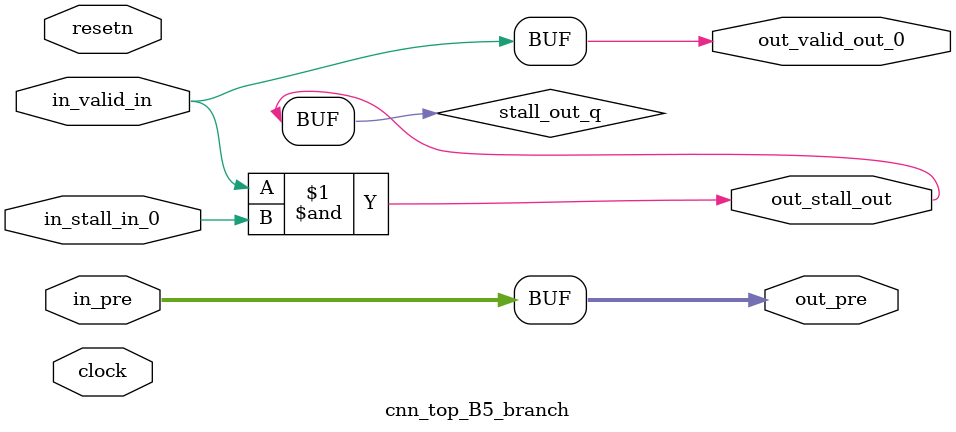
<source format=sv>



(* altera_attribute = "-name AUTO_SHIFT_REGISTER_RECOGNITION OFF; -name MESSAGE_DISABLE 10036; -name MESSAGE_DISABLE 10037; -name MESSAGE_DISABLE 14130; -name MESSAGE_DISABLE 14320; -name MESSAGE_DISABLE 15400; -name MESSAGE_DISABLE 14130; -name MESSAGE_DISABLE 10036; -name MESSAGE_DISABLE 12020; -name MESSAGE_DISABLE 12030; -name MESSAGE_DISABLE 12010; -name MESSAGE_DISABLE 12110; -name MESSAGE_DISABLE 14320; -name MESSAGE_DISABLE 13410; -name MESSAGE_DISABLE 113007; -name MESSAGE_DISABLE 10958" *)
module cnn_top_B5_branch (
    input wire [31:0] in_pre,
    input wire [0:0] in_stall_in_0,
    input wire [0:0] in_valid_in,
    output wire [31:0] out_pre,
    output wire [0:0] out_stall_out,
    output wire [0:0] out_valid_out_0,
    input wire clock,
    input wire resetn
    );

    wire [0:0] stall_out_q;


    // out_pre(GPOUT,5)
    assign out_pre = in_pre;

    // stall_out(LOGICAL,8)
    assign stall_out_q = in_valid_in & in_stall_in_0;

    // out_stall_out(GPOUT,6)
    assign out_stall_out = stall_out_q;

    // out_valid_out_0(GPOUT,7)
    assign out_valid_out_0 = in_valid_in;

endmodule

</source>
